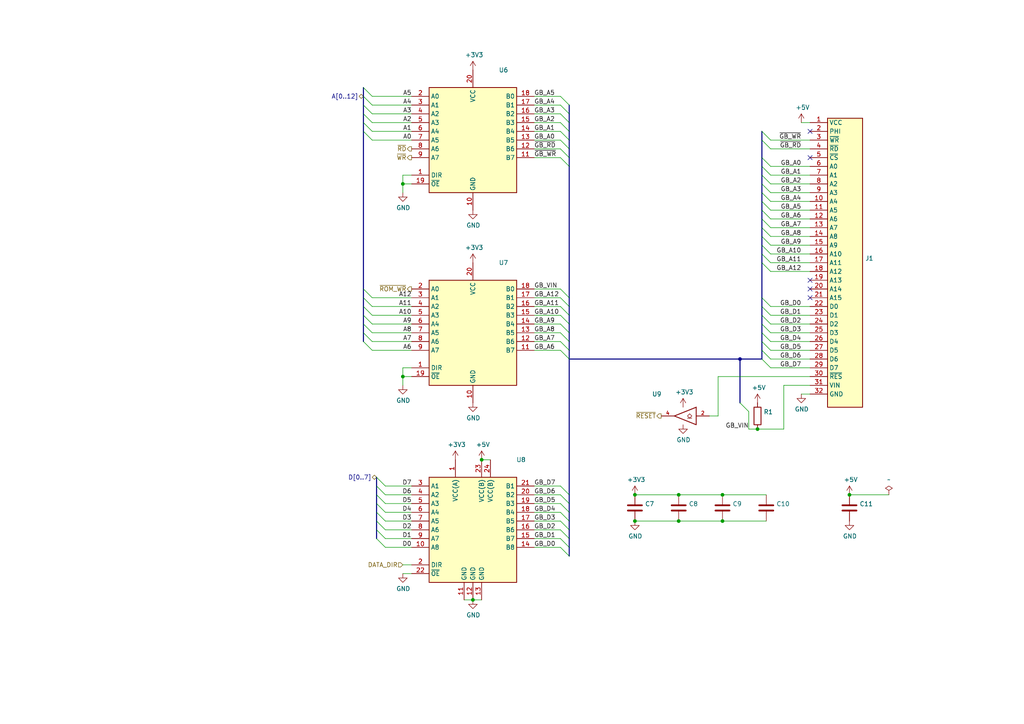
<source format=kicad_sch>
(kicad_sch (version 20211123) (generator eeschema)
  (paper "A4")
  (title_block (title "GB-MBCTEST") (rev "v1.0") (company "https://gekkio.fi"))
  (lib_symbols
    (symbol "74xGxx:74LVC1G07" (pin_names (offset 1.016))
      (property "Reference" "U" (at -2.54 3.81 0))
      (property "Value" "74LVC1G07" (at 0 -3.81 0))
      (symbol "74LVC1G07_0_1"
        (polyline (pts (xy -2.54 -0.635) (xy -1.27 -0.635)))
        (polyline (pts (xy -3.81 2.54) (xy -3.81 -2.54) (xy 2.54 0) (xy -3.81 2.54)) (stroke (width 0.254)))
        (polyline (pts (xy -1.905 0.635) (xy -2.54 0) (xy -1.905 -0.635) (xy -1.27 0) (xy -1.905 0.635)))
      )
      (symbol "74LVC1G07_1_1"
        (pin input line (at -7.62 0 0) (length 3.81) (name "~") (number "2"))
        (pin power_in line (at 0 -2.54 270) (length 0) hide (name "GND") (number "3"))
        (pin open_collector line (at 6.35 0 180) (length 3.81) (name "~") (number "4"))
        (pin power_in line (at 0 2.54 90) (length 0) hide (name "VCC") (number "5"))
      )
    )
    (symbol "Device:C" (pin_numbers hide) (pin_names (offset 0.254))
      (property "Reference" "C" (at 0.635 2.54 0))
      (property "Value" "C" (at 0.635 -2.54 0))
      (symbol "C_0_1"
        (polyline (pts (xy -2.032 -0.762) (xy 2.032 -0.762)) (stroke (width 0.508)))
        (polyline (pts (xy -2.032 0.762) (xy 2.032 0.762)) (stroke (width 0.508)))
      )
      (symbol "C_1_1"
        (pin passive line (at 0 3.81 270) (length 2.794) (name "~") (number "1"))
        (pin passive line (at 0 -3.81 90) (length 2.794) (name "~") (number "2"))
      )
    )
    (symbol "Device:R" (pin_numbers hide) (pin_names (offset 0))
      (property "Reference" "R" (at 2.032 0 90))
      (property "Value" "R" (at 0 0 90))
      (symbol "R_0_1"
        (rectangle (start -1.016 -2.54) (end 1.016 2.54) (stroke (width 0.254)))
      )
      (symbol "R_1_1"
        (pin passive line (at 0 3.81 270) (length 1.27) (name "~") (number "1"))
        (pin passive line (at 0 -3.81 90) (length 1.27) (name "~") (number "2"))
      )
    )
    (symbol "Gekkio_74xx:74LVC245APW"
      (property "Reference" "U" (at -12.7 16.51 0))
      (property "Value" "74LVC245APW" (at 0 0 0))
      (symbol "74LVC245APW_0_1"
        (rectangle (start -12.7 15.24) (end 12.7 -15.24) (stroke (width 0.254)) (fill (type background)))
      )
      (symbol "74LVC245APW_1_1"
        (pin input line (at -17.78 -10.16 0) (length 5.08) (name "DIR") (number "1"))
        (pin power_in line (at 0 -20.32 90) (length 5.08) (name "GND") (number "10"))
        (pin bidirectional line (at 17.78 -5.08 180) (length 5.08) (name "B7") (number "11"))
        (pin bidirectional line (at 17.78 -2.54 180) (length 5.08) (name "B6") (number "12"))
        (pin bidirectional line (at 17.78 0 180) (length 5.08) (name "B5") (number "13"))
        (pin bidirectional line (at 17.78 2.54 180) (length 5.08) (name "B4") (number "14"))
        (pin bidirectional line (at 17.78 5.08 180) (length 5.08) (name "B3") (number "15"))
        (pin bidirectional line (at 17.78 7.62 180) (length 5.08) (name "B2") (number "16"))
        (pin bidirectional line (at 17.78 10.16 180) (length 5.08) (name "B1") (number "17"))
        (pin bidirectional line (at 17.78 12.7 180) (length 5.08) (name "B0") (number "18"))
        (pin input line (at -17.78 -12.7 0) (length 5.08) (name "~{OE}") (number "19"))
        (pin bidirectional line (at -17.78 12.7 0) (length 5.08) (name "A0") (number "2"))
        (pin power_in line (at 0 20.32 270) (length 5.08) (name "VCC") (number "20"))
        (pin bidirectional line (at -17.78 10.16 0) (length 5.08) (name "A1") (number "3"))
        (pin bidirectional line (at -17.78 7.62 0) (length 5.08) (name "A2") (number "4"))
        (pin bidirectional line (at -17.78 5.08 0) (length 5.08) (name "A3") (number "5"))
        (pin bidirectional line (at -17.78 2.54 0) (length 5.08) (name "A4") (number "6"))
        (pin bidirectional line (at -17.78 0 0) (length 5.08) (name "A5") (number "7"))
        (pin bidirectional line (at -17.78 -2.54 0) (length 5.08) (name "A6") (number "8"))
        (pin bidirectional line (at -17.78 -5.08 0) (length 5.08) (name "A7") (number "9"))
      )
    )
    (symbol "Gekkio_Connector_Specialized:GameBoy_Cartridge"
      (property "Reference" "J" (at -2.54 43.18 0))
      (property "Value" "GameBoy_Cartridge" (at -2.54 -43.18 0))
      (symbol "GameBoy_Cartridge_0_1"
        (rectangle (start -5.08 41.91) (end 5.08 -41.91) (stroke (width 0.254)) (fill (type background)))
      )
      (symbol "GameBoy_Cartridge_1_1"
        (pin passive line (at -10.16 40.64 0) (length 5.08) (name "VCC") (number "1"))
        (pin passive line (at -10.16 17.78 0) (length 5.08) (name "A4") (number "10"))
        (pin passive line (at -10.16 15.24 0) (length 5.08) (name "A5") (number "11"))
        (pin passive line (at -10.16 12.7 0) (length 5.08) (name "A6") (number "12"))
        (pin passive line (at -10.16 10.16 0) (length 5.08) (name "A7") (number "13"))
        (pin passive line (at -10.16 7.62 0) (length 5.08) (name "A8") (number "14"))
        (pin passive line (at -10.16 5.08 0) (length 5.08) (name "A9") (number "15"))
        (pin passive line (at -10.16 2.54 0) (length 5.08) (name "A10") (number "16"))
        (pin passive line (at -10.16 0 0) (length 5.08) (name "A11") (number "17"))
        (pin passive line (at -10.16 -2.54 0) (length 5.08) (name "A12") (number "18"))
        (pin passive line (at -10.16 -5.08 0) (length 5.08) (name "A13") (number "19"))
        (pin passive line (at -10.16 38.1 0) (length 5.08) (name "PHI") (number "2"))
        (pin passive line (at -10.16 -7.62 0) (length 5.08) (name "A14") (number "20"))
        (pin passive line (at -10.16 -10.16 0) (length 5.08) (name "A15") (number "21"))
        (pin passive line (at -10.16 -12.7 0) (length 5.08) (name "D0") (number "22"))
        (pin passive line (at -10.16 -15.24 0) (length 5.08) (name "D1") (number "23"))
        (pin passive line (at -10.16 -17.78 0) (length 5.08) (name "D2") (number "24"))
        (pin passive line (at -10.16 -20.32 0) (length 5.08) (name "D3") (number "25"))
        (pin passive line (at -10.16 -22.86 0) (length 5.08) (name "D4") (number "26"))
        (pin passive line (at -10.16 -25.4 0) (length 5.08) (name "D5") (number "27"))
        (pin passive line (at -10.16 -27.94 0) (length 5.08) (name "D6") (number "28"))
        (pin passive line (at -10.16 -30.48 0) (length 5.08) (name "D7") (number "29"))
        (pin passive line (at -10.16 35.56 0) (length 5.08) (name "~{WR}") (number "3"))
        (pin passive line (at -10.16 -33.02 0) (length 5.08) (name "~{RES}") (number "30"))
        (pin passive line (at -10.16 -35.56 0) (length 5.08) (name "VIN") (number "31"))
        (pin passive line (at -10.16 -38.1 0) (length 5.08) (name "GND") (number "32"))
        (pin passive line (at -10.16 33.02 0) (length 5.08) (name "~{RD}") (number "4"))
        (pin passive line (at -10.16 30.48 0) (length 5.08) (name "~{CS}") (number "5"))
        (pin passive line (at -10.16 27.94 0) (length 5.08) (name "A0") (number "6"))
        (pin passive line (at -10.16 25.4 0) (length 5.08) (name "A1") (number "7"))
        (pin passive line (at -10.16 22.86 0) (length 5.08) (name "A2") (number "8"))
        (pin passive line (at -10.16 20.32 0) (length 5.08) (name "A3") (number "9"))
      )
    )
    (symbol "Gekkio_Logic_LevelTranslator:74LVC8T245PW"
      (property "Reference" "U" (at -12.7 16.51 0))
      (property "Value" "74LVC8T245PW" (at 0 0 0))
      (symbol "74LVC8T245PW_0_1"
        (rectangle (start -12.7 15.24) (end 12.7 -15.24) (stroke (width 0.254)) (fill (type background)))
      )
      (symbol "74LVC8T245PW_1_1"
        (pin power_in line (at -5.08 20.32 270) (length 5.08) (name "VCC(A)") (number "1"))
        (pin bidirectional line (at -17.78 -5.08 0) (length 5.08) (name "A8") (number "10"))
        (pin power_in line (at -2.54 -20.32 90) (length 5.08) (name "GND") (number "11"))
        (pin power_in line (at 0 -20.32 90) (length 5.08) (name "GND") (number "12"))
        (pin power_in line (at 2.54 -20.32 90) (length 5.08) (name "GND") (number "13"))
        (pin bidirectional line (at 17.78 -5.08 180) (length 5.08) (name "B8") (number "14"))
        (pin bidirectional line (at 17.78 -2.54 180) (length 5.08) (name "B7") (number "15"))
        (pin bidirectional line (at 17.78 0 180) (length 5.08) (name "B6") (number "16"))
        (pin bidirectional line (at 17.78 2.54 180) (length 5.08) (name "B5") (number "17"))
        (pin bidirectional line (at 17.78 5.08 180) (length 5.08) (name "B4") (number "18"))
        (pin bidirectional line (at 17.78 7.62 180) (length 5.08) (name "B3") (number "19"))
        (pin input line (at -17.78 -10.16 0) (length 5.08) (name "DIR") (number "2"))
        (pin bidirectional line (at 17.78 10.16 180) (length 5.08) (name "B2") (number "20"))
        (pin bidirectional line (at 17.78 12.7 180) (length 5.08) (name "B1") (number "21"))
        (pin input line (at -17.78 -12.7 0) (length 5.08) (name "~{OE}") (number "22"))
        (pin power_in line (at 2.54 20.32 270) (length 5.08) (name "VCC(B)") (number "23"))
        (pin power_in line (at 5.08 20.32 270) (length 5.08) (name "VCC(B)") (number "24"))
        (pin bidirectional line (at -17.78 12.7 0) (length 5.08) (name "A1") (number "3"))
        (pin bidirectional line (at -17.78 10.16 0) (length 5.08) (name "A2") (number "4"))
        (pin bidirectional line (at -17.78 7.62 0) (length 5.08) (name "A3") (number "5"))
        (pin bidirectional line (at -17.78 5.08 0) (length 5.08) (name "A4") (number "6"))
        (pin bidirectional line (at -17.78 2.54 0) (length 5.08) (name "A5") (number "7"))
        (pin bidirectional line (at -17.78 0 0) (length 5.08) (name "A6") (number "8"))
        (pin bidirectional line (at -17.78 -2.54 0) (length 5.08) (name "A7") (number "9"))
      )
    )
    (symbol "power:+3V3" (power) (pin_names (offset 0))
      (property "Value" "+3V3" (at 0 3.556 0))
      (symbol "+3V3_0_1"
        (polyline (pts (xy -0.762 1.27) (xy 0 2.54)))
        (polyline (pts (xy 0 0) (xy 0 2.54)))
        (polyline (pts (xy 0 2.54) (xy 0.762 1.27)))
      )
      (symbol "+3V3_1_1"
        (pin power_in line (at 0 0 90) (length 0) hide (name "+3V3") (number "1"))
      )
    )
    (symbol "power:+5V" (power) (pin_names (offset 0))
      (property "Value" "+5V" (at 0 3.556 0))
      (symbol "+5V_0_1"
        (polyline (pts (xy -0.762 1.27) (xy 0 2.54)))
        (polyline (pts (xy 0 0) (xy 0 2.54)))
        (polyline (pts (xy 0 2.54) (xy 0.762 1.27)))
      )
      (symbol "+5V_1_1"
        (pin power_in line (at 0 0 90) (length 0) hide (name "+5V") (number "1"))
      )
    )
    (symbol "power:GND" (power) (pin_names (offset 0))
      (property "Value" "GND" (at 0 -3.81 0))
      (symbol "GND_0_1"
        (polyline (pts (xy 0 0) (xy 0 -1.27) (xy 1.27 -1.27) (xy 0 -2.54) (xy -1.27 -1.27) (xy 0 -1.27)))
      )
      (symbol "GND_1_1"
        (pin power_in line (at 0 0 270) (length 0) hide (name "GND") (number "1"))
      )
    )
    (symbol "power:PWR_FLAG" (power) (pin_numbers hide) (pin_names (offset 0) hide)
      (property "Value" "PWR_FLAG" (at 0 3.81 0))
      (symbol "PWR_FLAG_0_0"
        (pin power_out line (at 0 0 90) (length 0) (name "pwr") (number "1"))
      )
      (symbol "PWR_FLAG_0_1"
        (polyline (pts (xy 0 0) (xy 0 1.27) (xy -1.016 1.905) (xy 0 2.54) (xy 1.016 1.905) (xy 0 1.27)))
      )
    )
  )
  (junction (at 196.85 151.13))
  (junction (at 116.84 53.34))
  (junction (at 196.85 143.51))
  (junction (at 214.63 104.14))
  (junction (at 246.38 143.51))
  (junction (at 209.55 143.51))
  (junction (at 184.15 151.13))
  (junction (at 209.55 151.13))
  (junction (at 184.15 143.51))
  (junction (at 137.16 173.99))
  (junction (at 219.71 124.46))
  (junction (at 139.7 133.35))
  (junction (at 116.84 109.22))
  (no_connect (at 234.95 86.36))
  (no_connect (at 234.95 81.28))
  (no_connect (at 234.95 38.1))
  (no_connect (at 234.95 45.72))
  (no_connect (at 234.95 83.82))
  (bus_entry (at 220.98 101.6) (size 2.54 2.54))
  (bus_entry (at 220.98 86.36) (size 2.54 2.54))
  (bus_entry (at 220.98 63.5) (size 2.54 2.54))
  (bus_entry (at 105.41 96.52) (size 2.54 2.54))
  (bus_entry (at 105.41 30.48) (size 2.54 2.54))
  (bus_entry (at 214.63 116.84) (size 2.54 2.54))
  (bus_entry (at 220.98 50.8) (size 2.54 2.54))
  (bus_entry (at 162.56 40.64) (size 2.54 2.54))
  (bus_entry (at 162.56 148.59) (size 2.54 2.54))
  (bus_entry (at 162.56 153.67) (size 2.54 2.54))
  (bus_entry (at 109.22 140.97) (size 2.54 2.54))
  (bus_entry (at 109.22 151.13) (size 2.54 2.54))
  (bus_entry (at 162.56 30.48) (size 2.54 2.54))
  (bus_entry (at 162.56 91.44) (size 2.54 2.54))
  (bus_entry (at 162.56 151.13) (size 2.54 2.54))
  (bus_entry (at 220.98 68.58) (size 2.54 2.54))
  (bus_entry (at 162.56 143.51) (size 2.54 2.54))
  (bus_entry (at 220.98 91.44) (size 2.54 2.54))
  (bus_entry (at 220.98 48.26) (size 2.54 2.54))
  (bus_entry (at 162.56 86.36) (size 2.54 2.54))
  (bus_entry (at 105.41 27.94) (size 2.54 2.54))
  (bus_entry (at 105.41 86.36) (size 2.54 2.54))
  (bus_entry (at 220.98 60.96) (size 2.54 2.54))
  (bus_entry (at 162.56 45.72) (size 2.54 2.54))
  (bus_entry (at 220.98 55.88) (size 2.54 2.54))
  (bus_entry (at 220.98 58.42) (size 2.54 2.54))
  (bus_entry (at 220.98 45.72) (size 2.54 2.54))
  (bus_entry (at 162.56 43.18) (size 2.54 2.54))
  (bus_entry (at 105.41 25.4) (size 2.54 2.54))
  (bus_entry (at 220.98 66.04) (size 2.54 2.54))
  (bus_entry (at 220.98 104.14) (size 2.54 2.54))
  (bus_entry (at 162.56 93.98) (size 2.54 2.54))
  (bus_entry (at 162.56 38.1) (size 2.54 2.54))
  (bus_entry (at 220.98 99.06) (size 2.54 2.54))
  (bus_entry (at 105.41 88.9) (size 2.54 2.54))
  (bus_entry (at 220.98 93.98) (size 2.54 2.54))
  (bus_entry (at 220.98 88.9) (size 2.54 2.54))
  (bus_entry (at 162.56 96.52) (size 2.54 2.54))
  (bus_entry (at 109.22 156.21) (size 2.54 2.54))
  (bus_entry (at 105.41 38.1) (size 2.54 2.54))
  (bus_entry (at 109.22 143.51) (size 2.54 2.54))
  (bus_entry (at 220.98 76.2) (size 2.54 2.54))
  (bus_entry (at 105.41 35.56) (size 2.54 2.54))
  (bus_entry (at 162.56 101.6) (size 2.54 2.54))
  (bus_entry (at 220.98 96.52) (size 2.54 2.54))
  (bus_entry (at 105.41 91.44) (size 2.54 2.54))
  (bus_entry (at 109.22 146.05) (size 2.54 2.54))
  (bus_entry (at 162.56 35.56) (size 2.54 2.54))
  (bus_entry (at 162.56 156.21) (size 2.54 2.54))
  (bus_entry (at 105.41 33.02) (size 2.54 2.54))
  (bus_entry (at 109.22 148.59) (size 2.54 2.54))
  (bus_entry (at 105.41 83.82) (size 2.54 2.54))
  (bus_entry (at 220.98 73.66) (size 2.54 2.54))
  (bus_entry (at 220.98 53.34) (size 2.54 2.54))
  (bus_entry (at 162.56 146.05) (size 2.54 2.54))
  (bus_entry (at 162.56 140.97) (size 2.54 2.54))
  (bus_entry (at 162.56 88.9) (size 2.54 2.54))
  (bus_entry (at 109.22 153.67) (size 2.54 2.54))
  (bus_entry (at 162.56 83.82) (size 2.54 2.54))
  (bus_entry (at 109.22 138.43) (size 2.54 2.54))
  (bus_entry (at 220.98 40.64) (size 2.54 2.54))
  (bus_entry (at 105.41 99.06) (size 2.54 2.54))
  (bus_entry (at 162.56 99.06) (size 2.54 2.54))
  (bus_entry (at 162.56 33.02) (size 2.54 2.54))
  (bus_entry (at 105.41 93.98) (size 2.54 2.54))
  (bus_entry (at 162.56 27.94) (size 2.54 2.54))
  (bus_entry (at 220.98 71.12) (size 2.54 2.54))
  (bus_entry (at 220.98 38.1) (size 2.54 2.54))
  (bus_entry (at 162.56 158.75) (size 2.54 2.54))
  (wire (pts (xy 205.74 120.65) (xy 208.28 120.65)))
  (bus (pts (xy 220.98 53.34) (xy 220.98 55.88)))
  (wire (pts (xy 111.76 156.21) (xy 119.38 156.21)))
  (wire (pts (xy 107.95 88.9) (xy 119.38 88.9)))
  (wire (pts (xy 154.94 88.9) (xy 162.56 88.9)))
  (bus (pts (xy 220.98 71.12) (xy 220.98 73.66)))
  (wire (pts (xy 116.84 163.83) (xy 119.38 163.83)))
  (wire (pts (xy 223.52 96.52) (xy 234.95 96.52)))
  (wire (pts (xy 257.81 143.51) (xy 246.38 143.51)))
  (bus (pts (xy 109.22 143.51) (xy 109.22 146.05)))
  (bus (pts (xy 214.63 104.14) (xy 220.98 104.14)))
  (bus (pts (xy 165.1 99.06) (xy 165.1 101.6)))
  (bus (pts (xy 220.98 40.64) (xy 220.98 45.72)))
  (bus (pts (xy 105.41 38.1) (xy 105.41 83.82)))
  (bus (pts (xy 220.98 73.66) (xy 220.98 76.2)))
  (wire (pts (xy 196.85 151.13) (xy 209.55 151.13)))
  (wire (pts (xy 107.95 33.02) (xy 119.38 33.02)))
  (bus (pts (xy 220.98 60.96) (xy 220.98 63.5)))
  (bus (pts (xy 105.41 25.4) (xy 105.41 27.94)))
  (wire (pts (xy 111.76 153.67) (xy 119.38 153.67)))
  (wire (pts (xy 223.52 40.64) (xy 234.95 40.64)))
  (bus (pts (xy 165.1 33.02) (xy 165.1 35.56)))
  (bus (pts (xy 105.41 83.82) (xy 105.41 86.36)))
  (bus (pts (xy 105.41 30.48) (xy 105.41 33.02)))
  (wire (pts (xy 223.52 73.66) (xy 234.95 73.66)))
  (wire (pts (xy 223.52 55.88) (xy 234.95 55.88)))
  (bus (pts (xy 165.1 158.75) (xy 165.1 161.29)))
  (wire (pts (xy 107.95 91.44) (xy 119.38 91.44)))
  (wire (pts (xy 223.52 68.58) (xy 234.95 68.58)))
  (bus (pts (xy 165.1 30.48) (xy 165.1 33.02)))
  (bus (pts (xy 165.1 45.72) (xy 165.1 48.26)))
  (wire (pts (xy 107.95 99.06) (xy 119.38 99.06)))
  (bus (pts (xy 220.98 68.58) (xy 220.98 71.12)))
  (bus (pts (xy 165.1 86.36) (xy 165.1 88.9)))
  (bus (pts (xy 165.1 148.59) (xy 165.1 151.13)))
  (wire (pts (xy 107.95 27.94) (xy 119.38 27.94)))
  (wire (pts (xy 223.52 106.68) (xy 234.95 106.68)))
  (bus (pts (xy 165.1 35.56) (xy 165.1 38.1)))
  (wire (pts (xy 223.52 78.74) (xy 234.95 78.74)))
  (bus (pts (xy 165.1 151.13) (xy 165.1 153.67)))
  (bus (pts (xy 220.98 91.44) (xy 220.98 93.98)))
  (wire (pts (xy 154.94 91.44) (xy 162.56 91.44)))
  (wire (pts (xy 232.41 114.3) (xy 234.95 114.3)))
  (bus (pts (xy 109.22 148.59) (xy 109.22 151.13)))
  (wire (pts (xy 111.76 146.05) (xy 119.38 146.05)))
  (wire (pts (xy 208.28 120.65) (xy 208.28 109.22)))
  (wire (pts (xy 137.16 173.99) (xy 139.7 173.99)))
  (wire (pts (xy 154.94 101.6) (xy 162.56 101.6)))
  (wire (pts (xy 107.95 93.98) (xy 119.38 93.98)))
  (bus (pts (xy 220.98 63.5) (xy 220.98 66.04)))
  (wire (pts (xy 154.94 140.97) (xy 162.56 140.97)))
  (wire (pts (xy 223.52 71.12) (xy 234.95 71.12)))
  (bus (pts (xy 220.98 93.98) (xy 220.98 96.52)))
  (bus (pts (xy 220.98 76.2) (xy 220.98 86.36)))
  (wire (pts (xy 223.52 53.34) (xy 234.95 53.34)))
  (wire (pts (xy 154.94 99.06) (xy 162.56 99.06)))
  (wire (pts (xy 223.52 91.44) (xy 234.95 91.44)))
  (wire (pts (xy 223.52 104.14) (xy 234.95 104.14)))
  (bus (pts (xy 109.22 138.43) (xy 109.22 140.97)))
  (wire (pts (xy 154.94 153.67) (xy 162.56 153.67)))
  (wire (pts (xy 154.94 38.1) (xy 162.56 38.1)))
  (bus (pts (xy 220.98 45.72) (xy 220.98 48.26)))
  (bus (pts (xy 220.98 58.42) (xy 220.98 60.96)))
  (bus (pts (xy 165.1 156.21) (xy 165.1 158.75)))
  (wire (pts (xy 116.84 53.34) (xy 116.84 55.88)))
  (bus (pts (xy 109.22 151.13) (xy 109.22 153.67)))
  (wire (pts (xy 111.76 158.75) (xy 119.38 158.75)))
  (wire (pts (xy 139.7 133.35) (xy 142.24 133.35)))
  (bus (pts (xy 165.1 101.6) (xy 165.1 104.14)))
  (bus (pts (xy 165.1 88.9) (xy 165.1 91.44)))
  (wire (pts (xy 234.95 111.76) (xy 227.33 111.76)))
  (bus (pts (xy 214.63 104.14) (xy 165.1 104.14)))
  (wire (pts (xy 154.94 83.82) (xy 162.56 83.82)))
  (wire (pts (xy 209.55 143.51) (xy 196.85 143.51)))
  (wire (pts (xy 119.38 53.34) (xy 116.84 53.34)))
  (wire (pts (xy 154.94 158.75) (xy 162.56 158.75)))
  (wire (pts (xy 154.94 146.05) (xy 162.56 146.05)))
  (wire (pts (xy 154.94 30.48) (xy 162.56 30.48)))
  (wire (pts (xy 107.95 38.1) (xy 119.38 38.1)))
  (bus (pts (xy 105.41 93.98) (xy 105.41 96.52)))
  (wire (pts (xy 134.62 173.99) (xy 137.16 173.99)))
  (wire (pts (xy 107.95 35.56) (xy 119.38 35.56)))
  (bus (pts (xy 109.22 140.97) (xy 109.22 143.51)))
  (wire (pts (xy 154.94 43.18) (xy 162.56 43.18)))
  (wire (pts (xy 154.94 45.72) (xy 162.56 45.72)))
  (wire (pts (xy 154.94 96.52) (xy 162.56 96.52)))
  (bus (pts (xy 105.41 27.94) (xy 105.41 30.48)))
  (wire (pts (xy 154.94 151.13) (xy 162.56 151.13)))
  (wire (pts (xy 107.95 96.52) (xy 119.38 96.52)))
  (wire (pts (xy 217.17 119.38) (xy 217.17 124.46)))
  (bus (pts (xy 220.98 55.88) (xy 220.98 58.42)))
  (bus (pts (xy 165.1 146.05) (xy 165.1 148.59)))
  (bus (pts (xy 220.98 50.8) (xy 220.98 53.34)))
  (wire (pts (xy 154.94 156.21) (xy 162.56 156.21)))
  (wire (pts (xy 154.94 27.94) (xy 162.56 27.94)))
  (wire (pts (xy 119.38 50.8) (xy 116.84 50.8)))
  (bus (pts (xy 165.1 96.52) (xy 165.1 99.06)))
  (wire (pts (xy 223.52 88.9) (xy 234.95 88.9)))
  (wire (pts (xy 223.52 43.18) (xy 234.95 43.18)))
  (wire (pts (xy 111.76 140.97) (xy 119.38 140.97)))
  (wire (pts (xy 223.52 66.04) (xy 234.95 66.04)))
  (wire (pts (xy 154.94 33.02) (xy 162.56 33.02)))
  (wire (pts (xy 107.95 30.48) (xy 119.38 30.48)))
  (wire (pts (xy 154.94 40.64) (xy 162.56 40.64)))
  (wire (pts (xy 223.52 99.06) (xy 234.95 99.06)))
  (bus (pts (xy 165.1 153.67) (xy 165.1 156.21)))
  (bus (pts (xy 165.1 143.51) (xy 165.1 146.05)))
  (bus (pts (xy 165.1 104.14) (xy 165.1 143.51)))
  (wire (pts (xy 223.52 63.5) (xy 234.95 63.5)))
  (wire (pts (xy 119.38 106.68) (xy 116.84 106.68)))
  (wire (pts (xy 154.94 86.36) (xy 162.56 86.36)))
  (bus (pts (xy 165.1 93.98) (xy 165.1 96.52)))
  (wire (pts (xy 208.28 109.22) (xy 234.95 109.22)))
  (wire (pts (xy 232.41 35.56) (xy 234.95 35.56)))
  (bus (pts (xy 220.98 38.1) (xy 220.98 40.64)))
  (wire (pts (xy 223.52 101.6) (xy 234.95 101.6)))
  (bus (pts (xy 109.22 153.67) (xy 109.22 156.21)))
  (bus (pts (xy 105.41 91.44) (xy 105.41 93.98)))
  (bus (pts (xy 220.98 48.26) (xy 220.98 50.8)))
  (bus (pts (xy 105.41 35.56) (xy 105.41 38.1)))
  (bus (pts (xy 214.63 116.84) (xy 214.63 104.14)))
  (wire (pts (xy 107.95 40.64) (xy 119.38 40.64)))
  (bus (pts (xy 220.98 86.36) (xy 220.98 88.9)))
  (bus (pts (xy 109.22 146.05) (xy 109.22 148.59)))
  (wire (pts (xy 223.52 58.42) (xy 234.95 58.42)))
  (wire (pts (xy 154.94 148.59) (xy 162.56 148.59)))
  (bus (pts (xy 220.98 99.06) (xy 220.98 101.6)))
  (wire (pts (xy 223.52 60.96) (xy 234.95 60.96)))
  (wire (pts (xy 111.76 148.59) (xy 119.38 148.59)))
  (wire (pts (xy 116.84 106.68) (xy 116.84 109.22)))
  (bus (pts (xy 105.41 88.9) (xy 105.41 91.44)))
  (bus (pts (xy 165.1 38.1) (xy 165.1 40.64)))
  (wire (pts (xy 116.84 109.22) (xy 116.84 111.76)))
  (wire (pts (xy 209.55 151.13) (xy 222.25 151.13)))
  (wire (pts (xy 119.38 101.6) (xy 107.95 101.6)))
  (wire (pts (xy 223.52 93.98) (xy 234.95 93.98)))
  (bus (pts (xy 105.41 86.36) (xy 105.41 88.9)))
  (bus (pts (xy 165.1 91.44) (xy 165.1 93.98)))
  (bus (pts (xy 165.1 43.18) (xy 165.1 45.72)))
  (bus (pts (xy 105.41 33.02) (xy 105.41 35.56)))
  (wire (pts (xy 107.95 86.36) (xy 119.38 86.36)))
  (wire (pts (xy 116.84 50.8) (xy 116.84 53.34)))
  (bus (pts (xy 105.41 96.52) (xy 105.41 99.06)))
  (wire (pts (xy 227.33 124.46) (xy 219.71 124.46)))
  (wire (pts (xy 217.17 124.46) (xy 219.71 124.46)))
  (wire (pts (xy 116.84 166.37) (xy 119.38 166.37)))
  (wire (pts (xy 119.38 109.22) (xy 116.84 109.22)))
  (wire (pts (xy 222.25 143.51) (xy 209.55 143.51)))
  (wire (pts (xy 223.52 48.26) (xy 234.95 48.26)))
  (wire (pts (xy 111.76 151.13) (xy 119.38 151.13)))
  (wire (pts (xy 111.76 143.51) (xy 119.38 143.51)))
  (bus (pts (xy 220.98 96.52) (xy 220.98 99.06)))
  (wire (pts (xy 223.52 50.8) (xy 234.95 50.8)))
  (wire (pts (xy 154.94 93.98) (xy 162.56 93.98)))
  (bus (pts (xy 165.1 48.26) (xy 165.1 86.36)))
  (bus (pts (xy 165.1 40.64) (xy 165.1 43.18)))
  (bus (pts (xy 220.98 66.04) (xy 220.98 68.58)))
  (bus (pts (xy 220.98 101.6) (xy 220.98 104.14)))
  (wire (pts (xy 184.15 151.13) (xy 196.85 151.13)))
  (wire (pts (xy 196.85 143.51) (xy 184.15 143.51)))
  (bus (pts (xy 220.98 88.9) (xy 220.98 91.44)))
  (wire (pts (xy 223.52 76.2) (xy 234.95 76.2)))
  (wire (pts (xy 227.33 111.76) (xy 227.33 124.46)))
  (wire (pts (xy 154.94 143.51) (xy 162.56 143.51)))
  (wire (pts (xy 154.94 35.56) (xy 162.56 35.56)))
  (label "D7" (at 119.38 140.97 180))
  (label "GB_D6" (at 154.94 143.51 0))
  (label "GB_VIN" (at 154.94 83.82 0))
  (label "GB_A12" (at 232.41 78.74 180))
  (label "GB_A1" (at 154.94 38.1 0))
  (label "~{GB_RD}" (at 232.41 43.18 180))
  (label "GB_A9" (at 154.94 93.98 0))
  (label "D5" (at 119.38 146.05 180))
  (label "GB_A4" (at 154.94 30.48 0))
  (label "D4" (at 119.38 148.59 180))
  (label "D6" (at 119.38 143.51 180))
  (label "A11" (at 119.38 88.9 180))
  (label "GB_A10" (at 154.94 91.44 0))
  (label "A8" (at 119.38 96.52 180))
  (label "GB_D4" (at 154.94 148.59 0))
  (label "A4" (at 119.38 30.48 180))
  (label "GB_A2" (at 154.94 35.56 0))
  (label "GB_A9" (at 232.41 71.12 180))
  (label "A0" (at 119.38 40.64 180))
  (label "A5" (at 119.38 27.94 180))
  (label "GB_A3" (at 154.94 33.02 0))
  (label "A10" (at 119.38 91.44 180))
  (label "GB_A7" (at 154.94 99.06 0))
  (label "GB_D2" (at 232.41 93.98 180))
  (label "A2" (at 119.38 35.56 180))
  (label "GB_A11" (at 154.94 88.9 0))
  (label "GB_D3" (at 232.41 96.52 180))
  (label "GB_A6" (at 232.41 63.5 180))
  (label "GB_A12" (at 154.94 86.36 0))
  (label "GB_A1" (at 232.41 50.8 180))
  (label "D3" (at 119.38 151.13 180))
  (label "GB_D2" (at 154.94 153.67 0))
  (label "D2" (at 119.38 153.67 180))
  (label "D1" (at 119.38 156.21 180))
  (label "GB_A0" (at 154.94 40.64 0))
  (label "~{GB_RD}" (at 154.94 43.18 0))
  (label "GB_D1" (at 232.41 91.44 180))
  (label "GB_D7" (at 154.94 140.97 0))
  (label "GB_D5" (at 232.41 101.6 180))
  (label "GB_A11" (at 232.41 76.2 180))
  (label "D0" (at 119.38 158.75 180))
  (label "A7" (at 119.38 99.06 180))
  (label "GB_D6" (at 232.41 104.14 180))
  (label "~{GB_WR}" (at 154.94 45.72 0))
  (label "GB_D1" (at 154.94 156.21 0))
  (label "GB_D4" (at 232.41 99.06 180))
  (label "A9" (at 119.38 93.98 180))
  (label "GB_A5" (at 154.94 27.94 0))
  (label "GB_D0" (at 232.41 88.9 180))
  (label "GB_VIN" (at 217.17 124.46 180))
  (label "GB_A4" (at 232.41 58.42 180))
  (label "GB_A8" (at 232.41 68.58 180))
  (label "~{GB_WR}" (at 232.41 40.64 180))
  (label "GB_A5" (at 232.41 60.96 180))
  (label "GB_A7" (at 232.41 66.04 180))
  (label "GB_D3" (at 154.94 151.13 0))
  (label "A1" (at 119.38 38.1 180))
  (label "GB_A6" (at 154.94 101.6 0))
  (label "GB_A10" (at 232.41 73.66 180))
  (label "A6" (at 119.38 101.6 180))
  (label "GB_D5" (at 154.94 146.05 0))
  (label "GB_D7" (at 232.41 106.68 180))
  (label "GB_D0" (at 154.94 158.75 0))
  (label "GB_A3" (at 232.41 55.88 180))
  (label "GB_A0" (at 232.41 48.26 180))
  (label "GB_A2" (at 232.41 53.34 180))
  (label "A12" (at 119.38 86.36 180))
  (label "A3" (at 119.38 33.02 180))
  (label "GB_A8" (at 154.94 96.52 0))
  (hierarchical_label "~{RESET}" (shape output) (at 191.77 120.65 180))
  (hierarchical_label "A[0..12]" (shape bidirectional) (at 105.41 27.94 180))
  (hierarchical_label "~{WR}" (shape output) (at 119.38 45.72 180))
  (hierarchical_label "DATA_DIR" (shape input) (at 116.84 163.83 180))
  (hierarchical_label "~{ROM_WR}" (shape output) (at 119.38 83.82 180))
  (hierarchical_label "~{RD}" (shape output) (at 119.38 43.18 180))
  (hierarchical_label "D[0..7]" (shape bidirectional) (at 109.22 138.43 180))
  (symbol (lib_id "Gekkio_Connector_Specialized:GameBoy_Cartridge") (at 245.11 76.2 0) (unit 1)
    (property "Reference" "J1" (at 250.952 74.93 0) (effects (justify left)))
  )
  (symbol (lib_id "Gekkio_Logic_LevelTranslator:74LVC8T245PW") (at 137.16 153.67 0) (unit 1)
    (property "Reference" "U8" (at 151.13 133.35 0))
    (property "Datasheet" "https://assets.nexperia.com/documents/data-sheet/74LVC_LVCH8T245.pdf" (effects hide))
  )
  (symbol (lib_id "Gekkio_74xx:74LVC245APW") (at 137.16 40.64 0) (unit 1)
    (property "Reference" "U6" (at 146.05 20.32 0))
    (property "Datasheet" "https://assets.nexperia.com/documents/data-sheet/74LVC_LVCH245A.pdf" (effects hide))
  )
  (symbol (lib_id "Gekkio_74xx:74LVC245APW") (at 137.16 96.52 0) (unit 1)
    (property "Reference" "U7" (at 146.05 76.2 0))
    (property "Datasheet" "https://assets.nexperia.com/documents/data-sheet/74LVC_LVCH245A.pdf" (effects hide))
  )
  (symbol (lib_id "power:+5V") (at 232.41 35.56 0) (unit 1)
    (property "Reference" "#PWR035" (effects hide))
  )
  (symbol (lib_id "power:+5V") (at 246.38 143.51 0) (unit 1)
    (property "Reference" "#PWR037" (effects hide))
  )
  (symbol (lib_id "power:GND") (at 232.41 114.3 0) (unit 1)
    (property "Reference" "#PWR036" (effects hide))
  )
  (symbol (lib_id "power:GND") (at 246.38 151.13 0) (unit 1)
    (property "Reference" "#PWR038" (effects hide))
  )
  (symbol (lib_id "Device:C") (at 246.38 147.32 0) (unit 1)
    (property "Reference" "C11" (at 249.301 146.1516 0) (effects (justify left)))
  )
  (symbol (lib_id "Device:R") (at 219.71 120.65 0) (unit 1)
    (property "Reference" "R1" (at 221.488 119.4816 0) (effects (justify left)))
  )
  (symbol (lib_id "power:+5V") (at 219.71 116.84 0) (unit 1)
    (property "Reference" "#PWR034" (effects hide))
  )
  (symbol (lib_id "74xGxx:74LVC1G07") (at 198.12 120.65 0) (mirror y) (unit 1)
    (property "Reference" "U9" (at 190.5 114.3 0))
    (property "Datasheet" "http://www.ti.com/lit/sg/scyt129e/scyt129e.pdf" (effects hide))
  )
  (symbol (lib_id "power:+3V3") (at 198.12 118.11 0) (unit 1)
    (property "Reference" "#PWR032" (effects hide))
  )
  (symbol (lib_id "power:GND") (at 198.12 123.19 0) (unit 1)
    (property "Reference" "#PWR033" (effects hide))
  )
  (symbol (lib_id "Device:C") (at 184.15 147.32 0) (unit 1)
    (property "Reference" "C7" (at 187.071 146.1516 0) (effects (justify left)))
  )
  (symbol (lib_id "Device:C") (at 196.85 147.32 0) (unit 1)
    (property "Reference" "C8" (at 199.771 146.1516 0) (effects (justify left)))
  )
  (symbol (lib_id "Device:C") (at 209.55 147.32 0) (unit 1)
    (property "Reference" "C9" (at 212.471 146.1516 0) (effects (justify left)))
  )
  (symbol (lib_id "Device:C") (at 222.25 147.32 0) (unit 1)
    (property "Reference" "C10" (at 225.171 146.1516 0) (effects (justify left)))
  )
  (symbol (lib_id "power:GND") (at 184.15 151.13 0) (unit 1)
    (property "Reference" "#PWR031" (effects hide))
  )
  (symbol (lib_id "power:+3V3") (at 184.15 143.51 0) (unit 1)
    (property "Reference" "#PWR030" (effects hide))
  )
  (symbol (lib_id "power:+3V3") (at 137.16 20.32 0) (unit 1)
    (property "Reference" "#PWR024" (effects hide))
  )
  (symbol (lib_id "power:GND") (at 137.16 60.96 0) (unit 1)
    (property "Reference" "#PWR025" (effects hide))
  )
  (symbol (lib_id "power:GND") (at 116.84 55.88 0) (unit 1)
    (property "Reference" "#PWR020" (effects hide))
  )
  (symbol (lib_id "power:+3V3") (at 137.16 76.2 0) (unit 1)
    (property "Reference" "#PWR026" (effects hide))
  )
  (symbol (lib_id "power:+3V3") (at 132.08 133.35 0) (unit 1)
    (property "Reference" "#PWR023" (effects hide))
  )
  (symbol (lib_id "power:GND") (at 137.16 173.99 0) (unit 1)
    (property "Reference" "#PWR028" (effects hide))
  )
  (symbol (lib_id "power:GND") (at 137.16 116.84 0) (unit 1)
    (property "Reference" "#PWR027" (effects hide))
  )
  (symbol (lib_id "power:GND") (at 116.84 111.76 0) (unit 1)
    (property "Reference" "#PWR021" (effects hide))
  )
  (symbol (lib_id "power:GND") (at 116.84 166.37 0) (unit 1)
    (property "Reference" "#PWR022" (effects hide))
  )
  (symbol (lib_id "power:PWR_FLAG") (at 257.81 143.51 0) (unit 1)
    (property "Reference" "#FLG02" (effects hide))
  )
  (symbol (lib_id "power:+5V") (at 139.7 133.35 0) (unit 1)
    (property "Reference" "#PWR029" (effects hide))
  )
)
</source>
